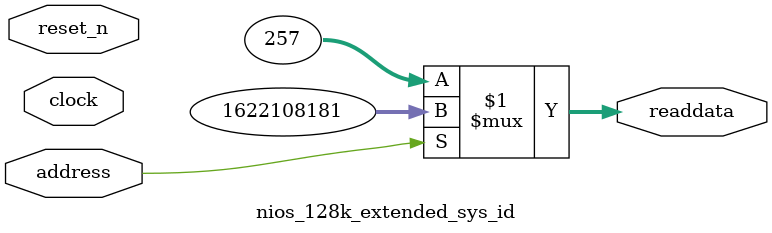
<source format=v>



// synthesis translate_off
`timescale 1ns / 1ps
// synthesis translate_on

// turn off superfluous verilog processor warnings 
// altera message_level Level1 
// altera message_off 10034 10035 10036 10037 10230 10240 10030 

module nios_128k_extended_sys_id (
               // inputs:
                address,
                clock,
                reset_n,

               // outputs:
                readdata
             )
;

  output  [ 31: 0] readdata;
  input            address;
  input            clock;
  input            reset_n;

  wire    [ 31: 0] readdata;
  //control_slave, which is an e_avalon_slave
  assign readdata = address ? 1622108181 : 257;

endmodule




</source>
